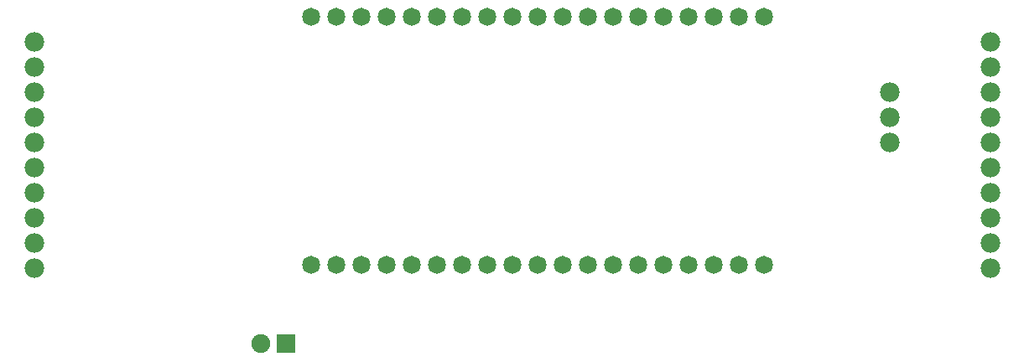
<source format=gtl>
G04 MADE WITH FRITZING*
G04 WWW.FRITZING.ORG*
G04 DOUBLE SIDED*
G04 HOLES PLATED*
G04 CONTOUR ON CENTER OF CONTOUR VECTOR*
%ASAXBY*%
%FSLAX23Y23*%
%MOIN*%
%OFA0B0*%
%SFA1.0B1.0*%
%ADD10C,0.078000*%
%ADD11C,0.075000*%
%ADD12C,0.071828*%
%ADD13R,0.075000X0.075000*%
%LNCOPPER1*%
G90*
G70*
G54D10*
X3697Y1905D03*
X3697Y1805D03*
X3697Y1705D03*
G54D11*
X1297Y905D03*
X1197Y905D03*
G54D10*
X4097Y2105D03*
X4097Y2005D03*
X4097Y1905D03*
X4097Y1805D03*
X4097Y1705D03*
X4097Y1605D03*
X4097Y1505D03*
X4097Y1405D03*
X4097Y1305D03*
X4097Y1205D03*
X297Y2105D03*
X297Y2005D03*
X297Y1905D03*
X297Y1805D03*
X297Y1705D03*
X297Y1605D03*
X297Y1505D03*
X297Y1405D03*
X297Y1305D03*
X297Y1205D03*
G54D12*
X1398Y1219D03*
X1498Y1219D03*
X1598Y1219D03*
X1698Y1219D03*
X1797Y1219D03*
X1898Y1219D03*
X1998Y1219D03*
X2097Y1219D03*
X2198Y1219D03*
X2297Y1219D03*
X2397Y1219D03*
X2498Y1219D03*
X2597Y1219D03*
X2698Y1219D03*
X2797Y1219D03*
X2897Y1219D03*
X2997Y1219D03*
X3097Y1219D03*
X3197Y1219D03*
X3197Y2205D03*
X3097Y2205D03*
X2997Y2205D03*
X2897Y2205D03*
X2797Y2205D03*
X2698Y2205D03*
X2597Y2205D03*
X2498Y2205D03*
X2397Y2205D03*
X2297Y2205D03*
X2198Y2205D03*
X2097Y2205D03*
X1998Y2205D03*
X1898Y2205D03*
X1797Y2205D03*
X1698Y2205D03*
X1598Y2205D03*
X1498Y2205D03*
X1398Y2205D03*
G54D13*
X1297Y905D03*
G04 End of Copper1*
M02*
</source>
